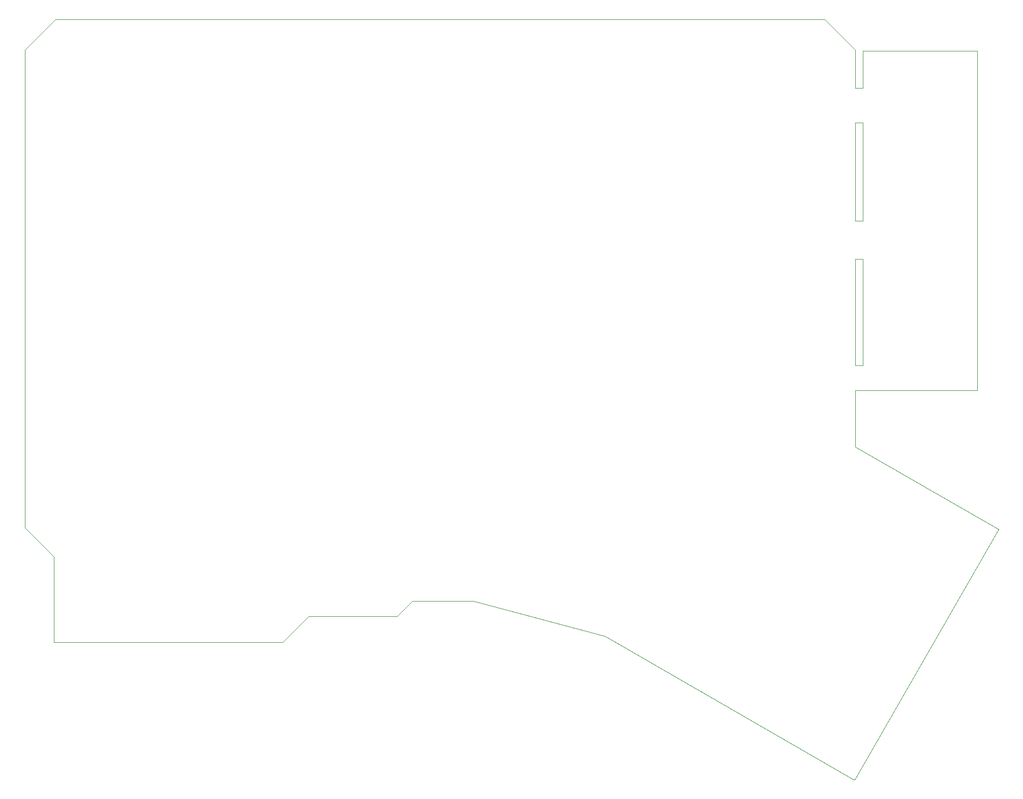
<source format=gm1>
G04 #@! TF.GenerationSoftware,KiCad,Pcbnew,(6.0.10)*
G04 #@! TF.CreationDate,2023-01-27T21:23:08+07:00*
G04 #@! TF.ProjectId,redox_rev1,7265646f-785f-4726-9576-312e6b696361,1.0*
G04 #@! TF.SameCoordinates,Original*
G04 #@! TF.FileFunction,Profile,NP*
%FSLAX46Y46*%
G04 Gerber Fmt 4.6, Leading zero omitted, Abs format (unit mm)*
G04 Created by KiCad (PCBNEW (6.0.10)) date 2023-01-27 21:23:08*
%MOMM*%
%LPD*%
G01*
G04 APERTURE LIST*
G04 #@! TA.AperFunction,Profile*
%ADD10C,0.100000*%
G04 #@! TD*
G04 APERTURE END LIST*
D10*
X79502000Y-133350000D02*
X84328000Y-138176000D01*
X176149000Y-151384000D02*
X154178000Y-145542000D01*
X84328000Y-152400000D02*
X122428000Y-152400000D01*
X219075000Y-88646000D02*
X219075000Y-106299000D01*
X217805000Y-106299000D02*
X217805000Y-88646000D01*
X154178000Y-145542000D02*
X144018000Y-145542000D01*
X219075000Y-110490000D02*
X217805000Y-110490000D01*
X126746000Y-148082000D02*
X141478000Y-148082000D01*
X238125000Y-110490000D02*
X219075000Y-110490000D01*
X217805000Y-53848000D02*
X212725000Y-48768000D01*
X219075000Y-53975000D02*
X235585000Y-53975000D01*
X238125000Y-53975000D02*
X238125000Y-110490000D01*
X79502000Y-53848000D02*
X79502000Y-57150000D01*
X217805000Y-82296000D02*
X219075000Y-82296000D01*
X219075000Y-106299000D02*
X217805000Y-106299000D01*
X219075000Y-65913000D02*
X219075000Y-82296000D01*
X217551000Y-175260000D02*
X176149000Y-151384000D01*
X79502000Y-57150000D02*
X79502000Y-133350000D01*
X141478000Y-148082000D02*
X144018000Y-145542000D01*
X217551000Y-175260000D02*
X217678000Y-175260000D01*
X84328000Y-138176000D02*
X84328000Y-152400000D01*
X219075000Y-60198000D02*
X217805000Y-60198000D01*
X217805000Y-65913000D02*
X217805000Y-82296000D01*
X219075000Y-60198000D02*
X219075000Y-53975000D01*
X79502000Y-53848000D02*
X84582000Y-48768000D01*
X217805000Y-110490000D02*
X217805000Y-119888000D01*
X212725000Y-48768000D02*
X84582000Y-48768000D01*
X217805000Y-53848000D02*
X217805000Y-60198000D01*
X217678000Y-175260000D02*
X241681000Y-133604000D01*
X217805000Y-65913000D02*
X219075000Y-65913000D01*
X217805000Y-119888000D02*
X241681000Y-133604000D01*
X122428000Y-152400000D02*
X126746000Y-148082000D01*
X219075000Y-88646000D02*
X217805000Y-88646000D01*
X235585000Y-53975000D02*
X238125000Y-53975000D01*
M02*

</source>
